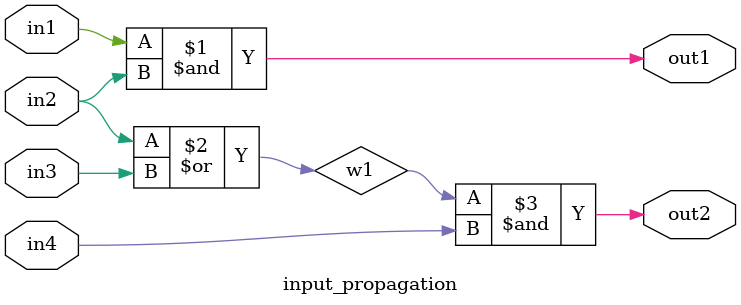
<source format=v>
module input_propagation(in1, in2, in3, in4, out1, out2);

input in1, in2, in3, in4;
output out1, out2;
wire w1;

and AND1 (out1, in1, in2);
or OR1 (w1, in2, in3);
and AND2 (out2, w1, in4);

endmodule

</source>
